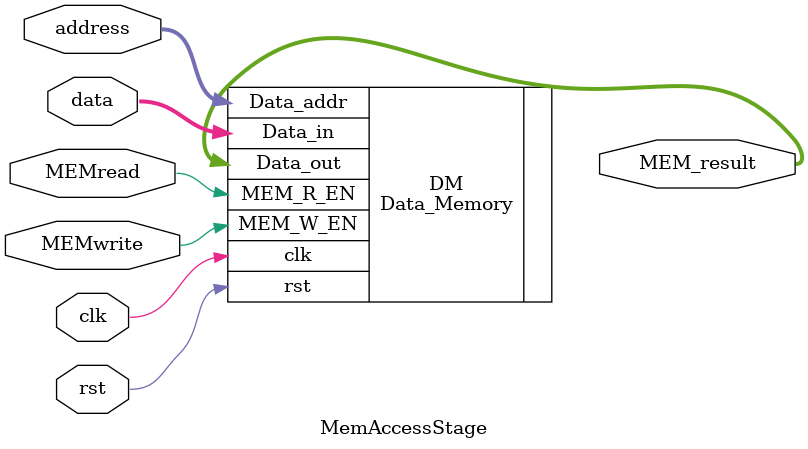
<source format=v>
module MemAccessStage (
    clk,
    rst,
    MEMread,
    MEMwrite,
    address,
    data,
    MEM_result
);
    input clk, rst;
    input MEMread, MEMwrite;
    input [31:0] address, data;
    output [31:0] MEM_result;

    Data_Memory DM (
        .clk(clk),
        .rst(rst),
        .MEM_W_EN(MEMwrite),
        .MEM_R_EN(MEMread),
        .Data_addr(address),
        .Data_in(data),
        .Data_out(MEM_result)
    );
endmodule
</source>
